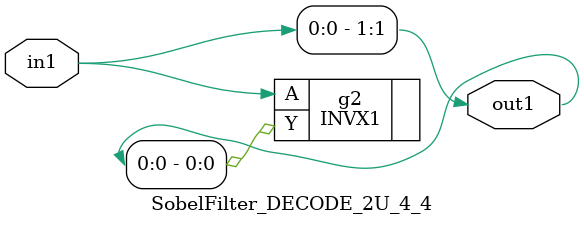
<source format=v>
`timescale 1ps / 1ps


module SobelFilter_DECODE_2U_4_4(in1, out1);
  input in1;
  output [1:0] out1;
  wire in1;
  wire [1:0] out1;
  assign out1[1] = in1;
  INVX1 g2(.A (in1), .Y (out1[0]));
endmodule



</source>
